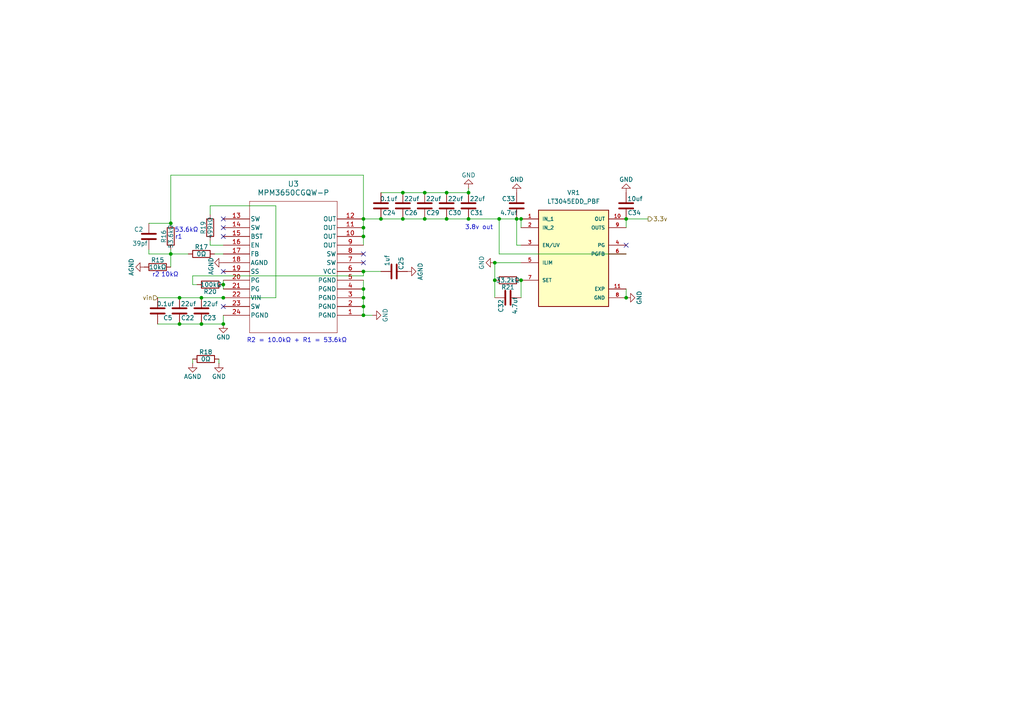
<source format=kicad_sch>
(kicad_sch (version 20250114) (generator "eeschema") (generator_version "9.0")
  (paper "A4")
  (lib_symbols
    (symbol "Device:C" (pin_numbers (hide yes)) (pin_names (offset 0.254))
      (property "Reference" "C" (at 0.635 2.54 0))
      (property "Value" "C" (at 0.635 -2.54 0))
      (symbol "C_0_1"
        (polyline (pts (xy -2.032 0.762) (xy 2.032 0.762)) (stroke (width 0.508)))
        (polyline (pts (xy -2.032 -0.762) (xy 2.032 -0.762)) (stroke (width 0.508)))
      )
      (symbol "C_1_1"
        (pin passive line (at 0 3.81 270) (length 2.794) (name "~") (number "1"))
        (pin passive line (at 0 -3.81 90) (length 2.794) (name "~") (number "2"))
      )
    )
    (symbol "Device:R" (pin_numbers (hide yes)) (pin_names (offset 0))
      (property "Reference" "R" (at 2.032 0 90))
      (property "Value" "R" (at 0 0 90))
      (symbol "R_0_1"
        (rectangle (start -1.016 -2.54) (end 1.016 2.54) (stroke (width 0.254)))
      )
      (symbol "R_1_1"
        (pin passive line (at 0 3.81 270) (length 1.27) (name "~") (number "1"))
        (pin passive line (at 0 -3.81 90) (length 1.27) (name "~") (number "2"))
      )
    )
    (symbol "LT3045EDD_PBF:LT3045EDD_PBF" (pin_names (offset 1.016))
      (property "Reference" "VR" (at -10.16 16.51 0))
      (property "Value" "LT3045EDD_PBF" (at -10.16 -19.05 0))
      (symbol "LT3045EDD_PBF_0_0"
        (rectangle (start -10.16 -15.24) (end 10.16 12.7) (stroke (width 0.254)) (fill (type background)))
        (pin input line (at -15.24 10.16 0) (length 5.08) (name "IN_1") (number "1"))
        (pin input line (at -15.24 7.62 0) (length 5.08) (name "IN_2") (number "2"))
        (pin input line (at -15.24 2.54 0) (length 5.08) (name "EN/UV") (number "3"))
        (pin input line (at -15.24 -2.54 0) (length 5.08) (name "ILIM") (number "5"))
        (pin input line (at -15.24 -7.62 0) (length 5.08) (name "SET") (number "7"))
        (pin output line (at 15.24 10.16 180) (length 5.08) (name "OUT") (number "10"))
        (pin input line (at 15.24 7.62 180) (length 5.08) (name "OUTS") (number "9"))
        (pin output line (at 15.24 2.54 180) (length 5.08) (name "PG") (number "4"))
        (pin input line (at 15.24 0 180) (length 5.08) (name "PGFB") (number "6"))
        (pin power_in line (at 15.24 -10.16 180) (length 5.08) (name "EXP") (number "11"))
        (pin power_in line (at 15.24 -12.7 180) (length 5.08) (name "GND") (number "8"))
      )
    )
    (symbol "MPM3650CGQW-P:MPM3650CGQW-P" (pin_names (offset 0.254))
      (property "Reference" "U" (at 20.32 10.16 0))
      (property "Value" "MPM3650CGQW-P" (at 20.32 7.62 0))
      (symbol "MPM3650CGQW-P_0_1"
        (polyline (pts (xy 7.62 5.08) (xy 7.62 -33.02)) (stroke (width 0.127)))
        (polyline (pts (xy 7.62 -33.02) (xy 33.02 -33.02)) (stroke (width 0.127)))
        (polyline (pts (xy 33.02 5.08) (xy 7.62 5.08)) (stroke (width 0.127)))
        (polyline (pts (xy 33.02 -33.02) (xy 33.02 5.08)) (stroke (width 0.127)))
        (pin power_in line (at 0 0 0) (length 7.62) (name "PGND") (number "1"))
        (pin power_in line (at 0 -2.54 0) (length 7.62) (name "PGND") (number "2"))
        (pin power_in line (at 0 -5.08 0) (length 7.62) (name "PGND") (number "3"))
        (pin power_in line (at 0 -7.62 0) (length 7.62) (name "PGND") (number "4"))
        (pin power_in line (at 0 -10.16 0) (length 7.62) (name "PGND") (number "5"))
        (pin power_in line (at 0 -12.7 0) (length 7.62) (name "VCC") (number "6"))
        (pin output line (at 0 -15.24 0) (length 7.62) (name "SW") (number "7"))
        (pin output line (at 0 -17.78 0) (length 7.62) (name "SW") (number "8"))
        (pin output line (at 0 -20.32 0) (length 7.62) (name "OUT") (number "9"))
        (pin output line (at 0 -22.86 0) (length 7.62) (name "OUT") (number "10"))
        (pin output line (at 0 -25.4 0) (length 7.62) (name "OUT") (number "11"))
        (pin output line (at 0 -27.94 0) (length 7.62) (name "OUT") (number "12"))
        (pin power_in line (at 40.64 0 180) (length 7.62) (name "PGND") (number "24"))
        (pin output line (at 40.64 -2.54 180) (length 7.62) (name "SW") (number "23"))
        (pin power_in line (at 40.64 -5.08 180) (length 7.62) (name "VIN") (number "22"))
        (pin output line (at 40.64 -7.62 180) (length 7.62) (name "PG") (number "21"))
        (pin output line (at 40.64 -10.16 180) (length 7.62) (name "PG") (number "20"))
        (pin unspecified line (at 40.64 -12.7 180) (length 7.62) (name "SS") (number "19"))
        (pin power_out line (at 40.64 -15.24 180) (length 7.62) (name "AGND") (number "18"))
        (pin unspecified line (at 40.64 -17.78 180) (length 7.62) (name "FB") (number "17"))
        (pin unspecified line (at 40.64 -20.32 180) (length 7.62) (name "EN") (number "16"))
        (pin unspecified line (at 40.64 -22.86 180) (length 7.62) (name "BST") (number "15"))
        (pin output line (at 40.64 -25.4 180) (length 7.62) (name "SW") (number "14"))
        (pin output line (at 40.64 -27.94 180) (length 7.62) (name "SW") (number "13"))
      )
    )
    (symbol "power:GND" (power) (pin_numbers (hide yes)) (pin_names (offset 0) (hide yes))
      (property "Value" "GND" (at 0 -3.81 0))
      (symbol "GND_0_1"
        (polyline (pts (xy 0 0) (xy 0 -1.27) (xy 1.27 -1.27) (xy 0 -2.54) (xy -1.27 -1.27) (xy 0 -1.27)))
      )
      (symbol "GND_1_1"
        (pin power_in line (at 0 0 270) (length 0) (name "~") (number "1"))
      )
    )
  )
  (text "r1\n" (at 51.816 68.834 0) (effects (font (size 1.27 1.27))))
  (text "10kΩ" (at 49.276 79.756 0) (effects (font (size 1.27 1.27))))
  (text "53.6kΩ" (at 54.102 66.802 0) (effects (font (size 1.27 1.27))))
  (text "R2 = 10.0kΩ + R1 = 53.6kΩ" (at 86.106 98.806 0) (effects (font (size 1.27 1.27))))
  (text "r2\n" (at 45.212 79.756 0) (effects (font (size 1.27 1.27))))
  (text "3.8v out\n" (at 138.938 66.04 0) (effects (font (size 1.27 1.27))))
  (junction (at 144.78 63.5))
  (junction (at 64.77 82.55))
  (junction (at 58.42 93.98))
  (junction (at 105.41 78.74))
  (junction (at 116.84 55.88))
  (junction (at 110.49 63.5))
  (junction (at 181.61 86.36))
  (junction (at 129.54 55.88))
  (junction (at 52.07 93.98))
  (junction (at 58.42 86.36))
  (junction (at 143.51 76.2))
  (junction (at 52.07 86.36))
  (junction (at 105.41 63.5))
  (junction (at 105.41 91.44))
  (junction (at 135.89 63.5))
  (junction (at 105.41 88.9))
  (junction (at 105.41 86.36))
  (junction (at 123.19 55.88))
  (junction (at 143.51 81.28))
  (junction (at 64.77 93.98))
  (junction (at 116.84 63.5))
  (junction (at 129.54 63.5))
  (junction (at 105.41 66.04))
  (junction (at 151.13 63.5))
  (junction (at 105.41 83.82))
  (junction (at 181.61 63.5))
  (junction (at 64.77 86.36))
  (junction (at 123.19 63.5))
  (junction (at 135.89 55.88))
  (junction (at 49.53 73.66))
  (junction (at 149.86 63.5))
  (junction (at 105.41 68.58))
  (junction (at 49.53 64.77))
  (junction (at 151.13 81.28))
  (no_connect (at 64.77 63.5))
  (no_connect (at 64.77 78.74))
  (no_connect (at 64.77 88.9))
  (no_connect (at 64.77 68.58))
  (no_connect (at 64.77 66.04))
  (no_connect (at 105.41 73.66))
  (no_connect (at 105.41 76.2))
  (no_connect (at 181.61 71.12))
  (wire (pts (xy 105.41 66.04) (xy 105.41 68.58)))
  (wire (pts (xy 123.19 55.88) (xy 129.54 55.88)))
  (wire (pts (xy 105.41 78.74) (xy 110.49 78.74)))
  (wire (pts (xy 116.84 55.88) (xy 123.19 55.88)))
  (wire (pts (xy 43.18 72.39) (xy 43.18 73.66)))
  (wire (pts (xy 105.41 81.28) (xy 105.41 83.82)))
  (wire (pts (xy 149.86 63.5) (xy 151.13 63.5)))
  (wire (pts (xy 105.41 91.44) (xy 107.95 91.44)))
  (wire (pts (xy 181.61 73.66) (xy 144.78 73.66)))
  (wire (pts (xy 80.01 86.36) (xy 64.77 86.36)))
  (wire (pts (xy 129.54 55.88) (xy 135.89 55.88)))
  (wire (pts (xy 105.41 63.5) (xy 105.41 50.8)))
  (wire (pts (xy 60.96 71.12) (xy 60.96 69.85)))
  (wire (pts (xy 123.19 63.5) (xy 129.54 63.5)))
  (wire (pts (xy 105.41 63.5) (xy 110.49 63.5)))
  (wire (pts (xy 181.61 83.82) (xy 181.61 86.36)))
  (wire (pts (xy 105.41 88.9) (xy 105.41 91.44)))
  (wire (pts (xy 80.01 59.69) (xy 80.01 86.36)))
  (wire (pts (xy 60.96 62.23) (xy 60.96 59.69)))
  (wire (pts (xy 64.77 82.55) (xy 64.77 83.82)))
  (wire (pts (xy 116.84 63.5) (xy 123.19 63.5)))
  (wire (pts (xy 49.53 50.8) (xy 49.53 64.77)))
  (wire (pts (xy 110.49 63.5) (xy 116.84 63.5)))
  (wire (pts (xy 105.41 50.8) (xy 49.53 50.8)))
  (wire (pts (xy 55.88 104.14) (xy 55.88 105.41)))
  (wire (pts (xy 52.07 93.98) (xy 45.72 93.98)))
  (wire (pts (xy 43.18 64.77) (xy 49.53 64.77)))
  (wire (pts (xy 55.88 80.01) (xy 55.88 82.55)))
  (wire (pts (xy 149.86 63.5) (xy 149.86 71.12)))
  (wire (pts (xy 49.53 73.66) (xy 54.61 73.66)))
  (wire (pts (xy 49.53 73.66) (xy 49.53 77.47)))
  (wire (pts (xy 60.96 59.69) (xy 80.01 59.69)))
  (wire (pts (xy 58.42 86.36) (xy 52.07 86.36)))
  (wire (pts (xy 181.61 63.5) (xy 187.96 63.5)))
  (wire (pts (xy 129.54 63.5) (xy 135.89 63.5)))
  (wire (pts (xy 135.89 63.5) (xy 144.78 63.5)))
  (wire (pts (xy 105.41 86.36) (xy 105.41 88.9)))
  (wire (pts (xy 105.41 68.58) (xy 105.41 71.12)))
  (wire (pts (xy 181.61 63.5) (xy 181.61 66.04)))
  (wire (pts (xy 144.78 63.5) (xy 149.86 63.5)))
  (wire (pts (xy 62.23 73.66) (xy 64.77 73.66)))
  (wire (pts (xy 64.77 91.44) (xy 64.77 93.98)))
  (wire (pts (xy 105.41 78.74) (xy 105.41 80.01)))
  (wire (pts (xy 105.41 80.01) (xy 55.88 80.01)))
  (wire (pts (xy 143.51 81.28) (xy 143.51 86.36)))
  (wire (pts (xy 64.77 86.36) (xy 58.42 86.36)))
  (wire (pts (xy 43.18 73.66) (xy 49.53 73.66)))
  (wire (pts (xy 64.77 71.12) (xy 60.96 71.12)))
  (wire (pts (xy 151.13 81.28) (xy 151.13 86.36)))
  (wire (pts (xy 144.78 63.5) (xy 144.78 73.66)))
  (wire (pts (xy 52.07 86.36) (xy 45.72 86.36)))
  (wire (pts (xy 105.41 83.82) (xy 105.41 86.36)))
  (wire (pts (xy 110.49 55.88) (xy 116.84 55.88)))
  (wire (pts (xy 105.41 63.5) (xy 105.41 66.04)))
  (wire (pts (xy 143.51 76.2) (xy 143.51 81.28)))
  (wire (pts (xy 135.89 54.61) (xy 135.89 55.88)))
  (wire (pts (xy 63.5 104.14) (xy 63.5 105.41)))
  (wire (pts (xy 58.42 93.98) (xy 64.77 93.98)))
  (wire (pts (xy 151.13 63.5) (xy 151.13 66.04)))
  (wire (pts (xy 64.77 81.28) (xy 64.77 82.55)))
  (wire (pts (xy 143.51 76.2) (xy 151.13 76.2)))
  (wire (pts (xy 55.88 82.55) (xy 57.15 82.55)))
  (wire (pts (xy 149.86 71.12) (xy 151.13 71.12)))
  (wire (pts (xy 49.53 72.39) (xy 49.53 73.66)))
  (wire (pts (xy 58.42 93.98) (xy 52.07 93.98)))
  (hierarchical_label "3.3v" (shape output) (at 187.96 63.5 0))
  (hierarchical_label "vin" (shape input) (at 45.72 86.36 180))
  (symbol (lib_id "power:GND") (at 64.77 76.2 270) (unit 1)
    (property "Reference" "#PWR0102" (effects (hide yes)))
    (property "Value" "AGND" (at 61.214 77.216 0))
    (property "Description" "Power symbol creates a global label with name \"GND\" , ground" (effects (hide yes)))
    (instances (project "KicadProject" (path "" (reference "#PWR026") (unit 1))) (project "Croí" (path "" (reference "#PWR0102") (unit 1))))
  )
  (symbol (lib_id "power:GND") (at 181.61 86.36 90) (unit 1)
    (property "Reference" "#PWR0112" (effects (hide yes)))
    (property "Value" "GND" (at 185.42 86.36 0))
    (property "Description" "Power symbol creates a global label with name \"GND\" , ground" (effects (hide yes)))
    (instances (project "KicadProject" (path "" (reference "#PWR036") (unit 1))) (project "Croí" (path "" (reference "#PWR0112") (unit 1))))
  )
  (symbol (lib_id "Device:R") (at 58.42 73.66 90) (unit 1)
    (property "Reference" "R4" (at 58.42 71.628 90))
    (property "Value" "0Ω" (at 58.42 73.66 90))
    (property "Footprint" "Resistor_SMD:R_0402_1005Metric" (effects (hide yes)))
    (property "Description" "Resistor" (effects (hide yes)))
    (instances (project "KicadProject" (path "" (reference "R17") (unit 1))) (project "Croí" (path "" (reference "R4") (unit 1))))
  )
  (symbol (lib_id "Device:C") (at 52.07 90.17 180) (unit 1)
    (property "Reference" "C21" (at 56.388 92.202 0) (effects (justify left)))
    (property "Value" "22uf" (at 56.896 88.138 0) (effects (justify left)))
    (property "Footprint" "Capacitor_SMD:C_0402_1005Metric" (effects (hide yes)))
    (property "Description" "Unpolarized capacitor" (effects (hide yes)))
    (instances (project "KicadProject" (path "" (reference "C22") (unit 1))) (project "Croí" (path "" (reference "C21") (unit 1))))
  )
  (symbol (lib_id "power:GND") (at 107.95 91.44 90) (unit 1)
    (property "Reference" "#PWR0109" (effects (hide yes)))
    (property "Value" "GND" (at 111.76 91.44 0))
    (property "Description" "Power symbol creates a global label with name \"GND\" , ground" (effects (hide yes)))
    (instances (project "KicadProject" (path "" (reference "#PWR030") (unit 1))) (project "Croí" (path "" (reference "#PWR0109") (unit 1))))
  )
  (symbol (lib_id "power:GND") (at 64.77 93.98 0) (unit 1)
    (property "Reference" "#PWR0108" (effects (hide yes)))
    (property "Value" "GND" (at 64.77 97.79 0))
    (property "Description" "Power symbol creates a global label with name \"GND\" , ground" (effects (hide yes)))
    (instances (project "KicadProject" (path "" (reference "#PWR029") (unit 1))) (project "Croí" (path "" (reference "#PWR0108") (unit 1))))
  )
  (symbol (lib_id "power:GND") (at 118.11 78.74 90) (unit 1)
    (property "Reference" "#PWR0106" (effects (hide yes)))
    (property "Value" "AGND" (at 121.92 78.74 0))
    (property "Description" "Power symbol creates a global label with name \"GND\" , ground" (effects (hide yes)))
    (instances (project "KicadProject" (path "" (reference "#PWR031") (unit 1))) (project "Croí" (path "" (reference "#PWR0106") (unit 1))))
  )
  (symbol (lib_id "Device:R") (at 59.69 104.14 90) (unit 1)
    (property "Reference" "R5" (at 59.69 102.108 90))
    (property "Value" "0Ω" (at 59.69 104.14 90))
    (property "Footprint" "Resistor_SMD:R_0402_1005Metric" (effects (hide yes)))
    (property "Description" "Resistor" (effects (hide yes)))
    (instances (project "KicadProject" (path "" (reference "R18") (unit 1))) (project "Croí" (path "" (reference "R5") (unit 1))))
  )
  (symbol (lib_id "Device:C") (at 45.72 90.17 180) (unit 1)
    (property "Reference" "C16" (at 50.038 92.202 0) (effects (justify left)))
    (property "Value" "0.1uf" (at 50.546 88.138 0) (effects (justify left)))
    (property "Footprint" "Capacitor_SMD:C_0402_1005Metric" (effects (hide yes)))
    (property "Description" "Unpolarized capacitor" (effects (hide yes)))
    (instances (project "KicadProject" (path "" (reference "C5") (unit 1))) (project "Croí" (path "" (reference "C16") (unit 1))))
  )
  (symbol (lib_id "power:GND") (at 55.88 105.41 0) (unit 1)
    (property "Reference" "#PWR0103" (effects (hide yes)))
    (property "Value" "AGND" (at 55.88 109.22 0))
    (property "Description" "Power symbol creates a global label with name \"GND\" , ground" (effects (hide yes)))
    (instances (project "KicadProject" (path "" (reference "#PWR08") (unit 1))) (project "Croí" (path "" (reference "#PWR0103") (unit 1))))
  )
  (symbol (lib_id "power:GND") (at 63.5 105.41 0) (unit 1)
    (property "Reference" "#PWR0104" (effects (hide yes)))
    (property "Value" "GND" (at 63.5 109.22 0))
    (property "Description" "Power symbol creates a global label with name \"GND\" , ground" (effects (hide yes)))
    (instances (project "KicadProject" (path "" (reference "#PWR024") (unit 1))) (project "Croí" (path "" (reference "#PWR0104") (unit 1))))
  )
  (symbol (lib_id "Device:C") (at 110.49 59.69 180) (unit 1)
    (property "Reference" "C29" (at 114.808 61.722 0) (effects (justify left)))
    (property "Value" "0.1uf" (at 115.316 57.658 0) (effects (justify left)))
    (property "Footprint" "Capacitor_SMD:C_0402_1005Metric" (effects (hide yes)))
    (property "Description" "Unpolarized capacitor" (effects (hide yes)))
    (instances (project "KicadProject" (path "" (reference "C24") (unit 1))) (project "Croí" (path "" (reference "C29") (unit 1))))
  )
  (symbol (lib_id "Device:C") (at 135.89 59.69 180) (unit 1)
    (property "Reference" "C34" (at 140.208 61.722 0) (effects (justify left)))
    (property "Value" "22uf" (at 140.716 57.658 0) (effects (justify left)))
    (property "Footprint" "Capacitor_SMD:C_0402_1005Metric" (effects (hide yes)))
    (property "Description" "Unpolarized capacitor" (effects (hide yes)))
    (instances (project "KicadProject" (path "" (reference "C31") (unit 1))) (project "Croí" (path "" (reference "C34") (unit 1))))
  )
  (symbol (lib_id "Device:C") (at 181.61 59.69 180) (unit 1)
    (property "Reference" "C37" (at 185.928 61.722 0) (effects (justify left)))
    (property "Value" "10uf" (at 186.436 57.658 0) (effects (justify left)))
    (property "Footprint" "Capacitor_SMD:C_0402_1005Metric" (effects (hide yes)))
    (property "Description" "Unpolarized capacitor" (effects (hide yes)))
    (instances (project "KicadProject" (path "" (reference "C34") (unit 1))) (project "Croí" (path "" (reference "C37") (unit 1))))
  )
  (symbol (lib_id "power:GND") (at 143.51 76.2 270) (unit 1)
    (property "Reference" "#PWR0105" (effects (hide yes)))
    (property "Value" "GND" (at 139.7 76.2 0))
    (property "Description" "Power symbol creates a global label with name \"GND\" , ground" (effects (hide yes)))
    (instances (project "KicadProject" (path "" (reference "#PWR033") (unit 1))) (project "Croí" (path "" (reference "#PWR0105") (unit 1))))
  )
  (symbol (lib_id "Device:R") (at 147.32 81.28 270) (unit 1)
    (property "Reference" "R10" (at 147.32 83.312 90))
    (property "Value" "33.2kΩ" (at 147.32 81.28 90))
    (property "Footprint" "Resistor_SMD:R_0402_1005Metric" (effects (hide yes)))
    (property "Description" "Resistor" (effects (hide yes)))
    (instances (project "KicadProject" (path "" (reference "R21") (unit 1))) (project "Croí" (path "" (reference "R10") (unit 1))))
  )
  (symbol (lib_id "Device:R") (at 60.96 82.55 270) (unit 1)
    (property "Reference" "R9" (at 60.96 84.582 90))
    (property "Value" "100kΩ" (at 61.214 82.55 90))
    (property "Footprint" "Resistor_SMD:R_0402_1005Metric" (effects (hide yes)))
    (property "Description" "Resistor" (effects (hide yes)))
    (instances (project "KicadProject" (path "" (reference "R20") (unit 1))) (project "Croí" (path "" (reference "R9") (unit 1))))
  )
  (symbol (lib_id "Device:C") (at 147.32 86.36 90) (unit 1)
    (property "Reference" "C35" (at 145.288 90.678 0) (effects (justify left)))
    (property "Value" "4.7uf" (at 149.352 91.186 0) (effects (justify left)))
    (property "Footprint" "Capacitor_SMD:C_0402_1005Metric" (effects (hide yes)))
    (property "Description" "Unpolarized capacitor" (effects (hide yes)))
    (instances (project "KicadProject" (path "" (reference "C32") (unit 1))) (project "Croí" (path "" (reference "C35") (unit 1))))
  )
  (symbol (lib_id "Device:C") (at 149.86 59.69 0) (unit 1)
    (property "Reference" "C36" (at 145.542 57.658 0) (effects (justify left)))
    (property "Value" "4.7uf" (at 145.034 61.722 0) (effects (justify left)))
    (property "Footprint" "Capacitor_SMD:C_0402_1005Metric" (effects (hide yes)))
    (property "Description" "Unpolarized capacitor" (effects (hide yes)))
    (instances (project "KicadProject" (path "" (reference "C33") (unit 1))) (project "Croí" (path "" (reference "C36") (unit 1))))
  )
  (symbol (lib_id "power:GND") (at 41.91 77.47 270) (unit 1)
    (property "Reference" "#PWR0101" (effects (hide yes)))
    (property "Value" "AGND" (at 38.1 77.47 0))
    (property "Description" "Power symbol creates a global label with name \"GND\" , ground" (effects (hide yes)))
    (instances (project "KicadProject" (path "" (reference "#PWR07") (unit 1))) (project "Croí" (path "" (reference "#PWR0101") (unit 1))))
  )
  (symbol (lib_id "Device:R") (at 60.96 66.04 180) (unit 1)
    (property "Reference" "R8" (at 58.928 66.04 90))
    (property "Value" "499kΩ" (at 60.96 66.04 90))
    (property "Footprint" "Resistor_SMD:R_0402_1005Metric" (effects (hide yes)))
    (property "Description" "Resistor" (effects (hide yes)))
    (instances (project "KicadProject" (path "" (reference "R19") (unit 1))) (project "Croí" (path "" (reference "R8") (unit 1))))
  )
  (symbol (lib_id "Device:C") (at 123.19 59.69 180) (unit 1)
    (property "Reference" "C32" (at 127.508 61.722 0) (effects (justify left)))
    (property "Value" "22uf" (at 128.016 57.658 0) (effects (justify left)))
    (property "Footprint" "Capacitor_SMD:C_0402_1005Metric" (effects (hide yes)))
    (property "Description" "Unpolarized capacitor" (effects (hide yes)))
    (instances (project "KicadProject" (path "" (reference "C29") (unit 1))) (project "Croí" (path "" (reference "C32") (unit 1))))
  )
  (symbol (lib_id "Device:C") (at 116.84 59.69 180) (unit 1)
    (property "Reference" "C31" (at 121.158 61.722 0) (effects (justify left)))
    (property "Value" "22uf" (at 121.666 57.658 0) (effects (justify left)))
    (property "Footprint" "Capacitor_SMD:C_0402_1005Metric" (effects (hide yes)))
    (property "Description" "Unpolarized capacitor" (effects (hide yes)))
    (instances (project "KicadProject" (path "" (reference "C26") (unit 1))) (project "Croí" (path "" (reference "C31") (unit 1))))
  )
  (symbol (lib_id "power:GND") (at 135.89 54.61 180) (unit 1)
    (property "Reference" "#PWR0107" (effects (hide yes)))
    (property "Value" "GND" (at 135.89 50.8 0))
    (property "Description" "Power symbol creates a global label with name \"GND\" , ground" (effects (hide yes)))
    (instances (project "KicadProject" (path "" (reference "#PWR032") (unit 1))) (project "Croí" (path "" (reference "#PWR0107") (unit 1))))
  )
  (symbol (lib_id "Device:C") (at 114.3 78.74 270) (unit 1)
    (property "Reference" "C30" (at 116.332 74.422 0) (effects (justify left)))
    (property "Value" "1uf" (at 112.268 73.914 0) (effects (justify left)))
    (property "Footprint" "Capacitor_SMD:C_0402_1005Metric" (effects (hide yes)))
    (property "Description" "Unpolarized capacitor" (effects (hide yes)))
    (instances (project "KicadProject" (path "" (reference "C25") (unit 1))) (project "Croí" (path "" (reference "C30") (unit 1))))
  )
  (symbol (lib_id "Device:C") (at 43.18 68.58 0) (unit 1)
    (property "Reference" "C14" (at 38.862 66.548 0) (effects (justify left)))
    (property "Value" "39pf" (at 38.354 70.612 0) (effects (justify left)))
    (property "Footprint" "Capacitor_SMD:C_0402_1005Metric" (effects (hide yes)))
    (property "Description" "Unpolarized capacitor" (effects (hide yes)))
    (instances (project "KicadProject" (path "" (reference "C2") (unit 1))) (project "Croí" (path "" (reference "C14") (unit 1))))
  )
  (symbol (lib_id "MPM3650CGQW-P:MPM3650CGQW-P") (at 105.41 91.44 180) (unit 1)
    (property "Reference" "U6" (at 85.09 53.34 0) (effects (font (size 1.524 1.524))))
    (property "Value" "MPM3650CGQW-P" (at 85.09 55.88 0) (effects (font (size 1.524 1.524))))
    (property "Footprint" "QFN-24_MPM3650_MNP" (effects (hide yes)))
    (property "Datasheet" "https://www.monolithicpower.com/en/documentview/productdocument/index/version/2/document_type/Datasheet/lang/en/sku/MPM3650CGQW-Z" (effects (hide yes)))
    (instances (project "KicadProject" (path "" (reference "U3") (unit 1))) (project "Croí" (path "" (reference "U6") (unit 1))))
  )
  (symbol (lib_id "Device:R") (at 45.72 77.47 90) (unit 1)
    (property "Reference" "R2" (at 45.72 75.438 90))
    (property "Value" "10kΩ" (at 45.72 77.47 90))
    (property "Footprint" "Resistor_SMD:R_0402_1005Metric" (effects (hide yes)))
    (property "Description" "Resistor" (effects (hide yes)))
    (instances (project "KicadProject" (path "" (reference "R15") (unit 1))) (project "Croí" (path "" (reference "R2") (unit 1))))
  )
  (symbol (lib_id "power:GND") (at 149.86 55.88 180) (unit 1)
    (property "Reference" "#PWR0110" (effects (hide yes)))
    (property "Value" "GND" (at 149.86 52.07 0))
    (property "Description" "Power symbol creates a global label with name \"GND\" , ground" (effects (hide yes)))
    (instances (project "KicadProject" (path "" (reference "#PWR034") (unit 1))) (project "Croí" (path "" (reference "#PWR0110") (unit 1))))
  )
  (symbol (lib_id "power:GND") (at 181.61 55.88 180) (unit 1)
    (property "Reference" "#PWR0111" (effects (hide yes)))
    (property "Value" "GND" (at 181.61 52.07 0))
    (property "Description" "Power symbol creates a global label with name \"GND\" , ground" (effects (hide yes)))
    (instances (project "KicadProject" (path "" (reference "#PWR035") (unit 1))) (project "Croí" (path "" (reference "#PWR0111") (unit 1))))
  )
  (symbol (lib_id "Device:C") (at 58.42 90.17 180) (unit 1)
    (property "Reference" "C23" (at 62.738 92.202 0) (effects (justify left)))
    (property "Value" "22uf" (at 63.246 88.138 0) (effects (justify left)))
    (property "Footprint" "Capacitor_SMD:C_0402_1005Metric" (effects (hide yes)))
    (property "Description" "Unpolarized capacitor" (effects (hide yes)))
  )
  (symbol (lib_id "Device:R") (at 49.53 68.58 180) (unit 1)
    (property "Reference" "R3" (at 47.498 68.58 90))
    (property "Value" "53.6kΩ" (at 49.53 68.58 90))
    (property "Footprint" "Resistor_SMD:R_0402_1005Metric" (effects (hide yes)))
    (property "Description" "Resistor" (effects (hide yes)))
    (instances (project "KicadProject" (path "" (reference "R16") (unit 1))) (project "Croí" (path "" (reference "R3") (unit 1))))
  )
  (symbol (lib_id "LT3045EDD_PBF:LT3045EDD_PBF") (at 166.37 73.66 0) (unit 1)
    (property "Reference" "VR1" (at 166.37 55.88 0))
    (property "Value" "LT3045EDD_PBF" (at 166.37 58.42 0))
    (property "Footprint" "SON50P300X300X80-11N" (effects (hide yes)))
    (property "MF" "Analog Devices" (effects (hide yes)))
    (property "MAXIMUM_PACKAGE_HEIGHT" "0.80mm" (effects (hide yes)))
    (property "Package" "DFN-10 Linear Technology" (effects (hide yes)))
    (property "Price" "None" (effects (hide yes)))
    (property "Check_prices" "https://www.snapeda.com/parts/LT3045EDD%23PBF/Analog+Devices/view-part/?ref=eda" (effects (hide yes)))
    (property "STANDARD" "IPC-7351B" (effects (hide yes)))
    (property "PARTREV" "C" (effects (hide yes)))
    (property "SnapEDA_Link" "https://www.snapeda.com/parts/LT3045EDD%23PBF/Analog+Devices/view-part/?ref=snap" (effects (hide yes)))
    (property "MP" "LT3045EDD#PBF" (effects (hide yes)))
    (property "Purchase-URL" "https://www.snapeda.com/api/url_track_click_mouser/?unipart_id=1412993&manufacturer=Analog Devices&part_name=LT3045EDD#PBF&search_term=lt3045edd#pbf" (effects (hide yes)))
    (property "Description_1" "Linear Voltage Regulator IC Positive Programmable 1 Output  500mA 10-DFN (3x3)" (effects (hide yes)))
    (property "Availability" "In Stock" (effects (hide yes)))
    (property "MANUFACTURER" "Analog Devices" (effects (hide yes)))
  )
  (symbol (lib_id "Device:C") (at 129.54 59.69 180) (unit 1)
    (property "Reference" "C33" (at 133.858 61.722 0) (effects (justify left)))
    (property "Value" "22uf" (at 134.366 57.658 0) (effects (justify left)))
    (property "Footprint" "Capacitor_SMD:C_0402_1005Metric" (effects (hide yes)))
    (property "Description" "Unpolarized capacitor" (effects (hide yes)))
    (instances (project "KicadProject" (path "" (reference "C30") (unit 1))) (project "Croí" (path "" (reference "C33") (unit 1))))
  )
)
</source>
